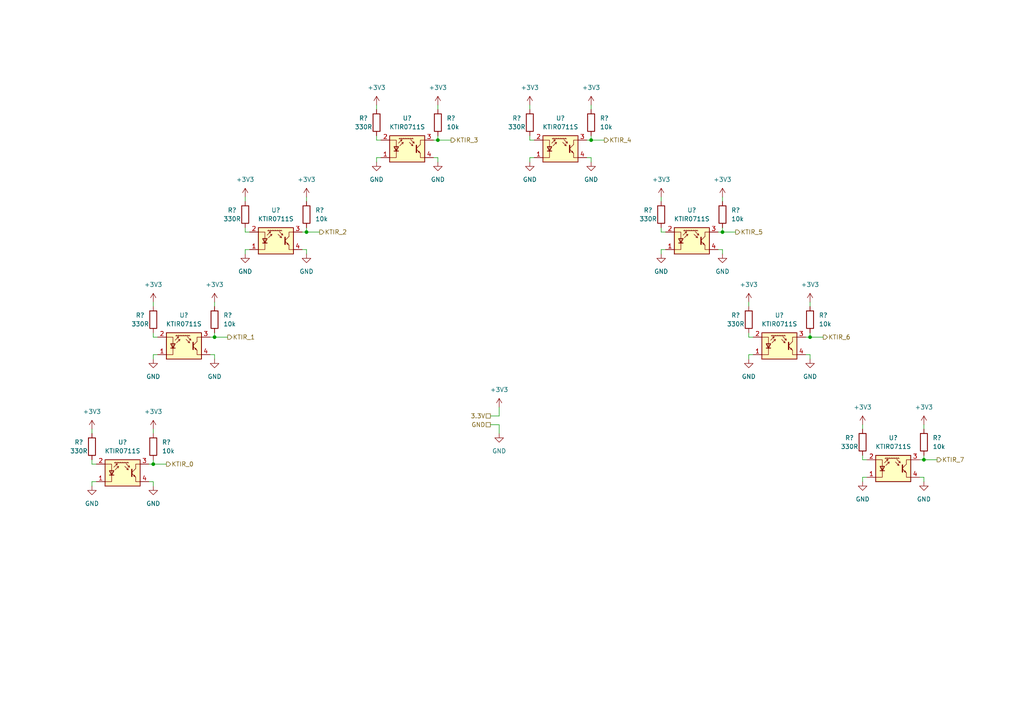
<source format=kicad_sch>
(kicad_sch (version 20211123) (generator eeschema)
  (paper "A4")
  (lib_symbols
    (symbol "Device:R" (pin_numbers hide) (pin_names (offset 0))
      (property "Reference" "R" (at 2.032 0 90))
      (property "Value" "R" (at 0 0 90))
      (symbol "R_0_1"
        (rectangle (start -1.016 -2.54) (end 1.016 2.54) (stroke (width 0.254)))
      )
      (symbol "R_1_1"
        (pin passive line (at 0 3.81 270) (length 1.27) (name "~") (number "1"))
        (pin passive line (at 0 -3.81 90) (length 1.27) (name "~") (number "2"))
      )
    )
    (symbol "Sensor_Proximity:BPR-105" (pin_names (offset 0.0254) hide)
      (property "Reference" "U" (at -5.08 5.08 0))
      (property "Value" "BPR-105" (at 7.62 5.08 0))
      (symbol "BPR-105_0_1"
        (polyline (pts (xy -3.81 -0.635) (xy -2.54 -0.635)) (stroke (width 0.254)))
        (polyline (pts (xy -2.286 2.921) (xy -2.032 3.175)))
        (polyline (pts (xy -1.778 2.921) (xy -1.524 3.175)))
        (polyline (pts (xy -1.524 2.667) (xy -1.651 2.159)))
        (polyline (pts (xy -1.27 2.921) (xy -1.016 3.175)))
        (polyline (pts (xy -1.143 1.905) (xy -1.27 1.397)))
        (polyline (pts (xy -0.762 2.921) (xy -0.508 3.175)))
        (polyline (pts (xy -0.254 2.921) (xy 0 3.175)))
        (polyline (pts (xy 0.254 2.921) (xy 0.508 3.175)))
        (polyline (pts (xy 0.762 2.921) (xy 1.016 3.175)))
        (polyline (pts (xy 1.27 2.921) (xy 1.524 3.175)))
        (polyline (pts (xy 1.651 0.889) (xy 1.143 1.016)))
        (polyline (pts (xy 1.778 2.921) (xy -2.413 2.921)))
        (polyline (pts (xy 2.032 1.651) (xy 1.524 1.778)))
        (polyline (pts (xy 2.667 -0.127) (xy 3.81 -1.27)))
        (polyline (pts (xy 2.667 0.127) (xy 3.81 1.27)))
        (polyline (pts (xy -2.54 1.651) (xy -1.524 2.667) (xy -2.032 2.54)))
        (polyline (pts (xy -2.159 0.889) (xy -1.143 1.905) (xy -1.651 1.778)))
        (polyline (pts (xy 0.635 1.905) (xy 1.651 0.889) (xy 1.524 1.397)))
        (polyline (pts (xy 1.016 2.667) (xy 2.032 1.651) (xy 1.905 2.159)))
        (polyline (pts (xy 2.667 1.016) (xy 2.667 -1.016) (xy 2.667 -1.016)) (stroke (width 0.3556)))
        (polyline (pts (xy 3.81 -1.27) (xy 3.81 -2.54) (xy 5.08 -2.54)))
        (polyline (pts (xy 3.81 1.27) (xy 3.81 2.54) (xy 5.08 2.54)))
        (polyline (pts (xy -5.08 -2.54) (xy -3.175 -2.54) (xy -3.175 2.54) (xy -5.08 2.54)))
        (polyline (pts (xy -3.175 -0.635) (xy -3.81 0.635) (xy -2.54 0.635) (xy -3.175 -0.635)) (stroke (width 0.254)))
        (polyline (pts (xy 3.683 -1.143) (xy 3.429 -0.635) (xy 3.175 -0.889) (xy 3.683 -1.143)))
        (polyline (pts (xy -5.08 -3.81) (xy 5.08 -3.81) (xy 5.08 3.81) (xy -5.08 3.81) (xy -5.08 -3.81)) (stroke (width 0.254)) (fill (type background)))
      )
      (symbol "BPR-105_1_1"
        (pin passive line (at -7.62 -2.54 0) (length 2.54) (name "K") (number "1"))
        (pin passive line (at -7.62 2.54 0) (length 2.54) (name "A") (number "2"))
        (pin open_collector line (at 7.62 2.54 180) (length 2.54) (name "C") (number "3"))
        (pin open_emitter line (at 7.62 -2.54 180) (length 2.54) (name "E") (number "4"))
      )
    )
    (symbol "power:+3.3V" (power) (pin_names (offset 0))
      (property "Value" "+3.3V" (at 0 3.556 0))
      (symbol "+3.3V_0_1"
        (polyline (pts (xy -0.762 1.27) (xy 0 2.54)))
        (polyline (pts (xy 0 0) (xy 0 2.54)))
        (polyline (pts (xy 0 2.54) (xy 0.762 1.27)))
      )
      (symbol "+3.3V_1_1"
        (pin power_in line (at 0 0 90) (length 0) hide (name "+3V3") (number "1"))
      )
    )
    (symbol "power:GND" (power) (pin_names (offset 0))
      (property "Value" "GND" (at 0 -3.81 0))
      (symbol "GND_0_1"
        (polyline (pts (xy 0 0) (xy 0 -1.27) (xy 1.27 -1.27) (xy 0 -2.54) (xy -1.27 -1.27) (xy 0 -1.27)))
      )
      (symbol "GND_1_1"
        (pin power_in line (at 0 0 270) (length 0) hide (name "GND") (number "1"))
      )
    )
  )
  (junction (at 44.45 134.62))
  (junction (at 234.95 97.79))
  (junction (at 171.45 40.64))
  (junction (at 267.97 133.35))
  (junction (at 209.55 67.31))
  (junction (at 62.23 97.79))
  (junction (at 127 40.64))
  (junction (at 88.9 67.31))
  (wire (pts (xy 88.9 67.31) (xy 92.71 67.31)))
  (wire (pts (xy 267.97 132.08) (xy 267.97 133.35)))
  (wire (pts (xy 191.77 57.15) (xy 191.77 58.42)))
  (wire (pts (xy 234.95 104.14) (xy 234.95 102.87)))
  (wire (pts (xy 71.12 67.31) (xy 71.12 66.04)))
  (wire (pts (xy 144.78 120.65) (xy 142.24 120.65)))
  (wire (pts (xy 234.95 102.87) (xy 233.68 102.87)))
  (wire (pts (xy 26.67 124.46) (xy 26.67 125.73)))
  (wire (pts (xy 127 39.37) (xy 127 40.64)))
  (wire (pts (xy 26.67 134.62) (xy 26.67 133.35)))
  (wire (pts (xy 218.44 97.79) (xy 217.17 97.79)))
  (wire (pts (xy 154.94 40.64) (xy 153.67 40.64)))
  (wire (pts (xy 209.55 67.31) (xy 213.36 67.31)))
  (wire (pts (xy 44.45 140.97) (xy 44.45 139.7)))
  (wire (pts (xy 234.95 87.63) (xy 234.95 88.9)))
  (wire (pts (xy 217.17 102.87) (xy 218.44 102.87)))
  (wire (pts (xy 267.97 133.35) (xy 266.7 133.35)))
  (wire (pts (xy 44.45 134.62) (xy 48.26 134.62)))
  (wire (pts (xy 62.23 97.79) (xy 60.96 97.79)))
  (wire (pts (xy 171.45 39.37) (xy 171.45 40.64)))
  (wire (pts (xy 44.45 102.87) (xy 45.72 102.87)))
  (wire (pts (xy 88.9 73.66) (xy 88.9 72.39)))
  (wire (pts (xy 27.94 134.62) (xy 26.67 134.62)))
  (wire (pts (xy 209.55 57.15) (xy 209.55 58.42)))
  (wire (pts (xy 44.45 104.14) (xy 44.45 102.87)))
  (wire (pts (xy 250.19 139.7) (xy 250.19 138.43)))
  (wire (pts (xy 71.12 72.39) (xy 72.39 72.39)))
  (wire (pts (xy 153.67 30.48) (xy 153.67 31.75)))
  (wire (pts (xy 62.23 97.79) (xy 66.04 97.79)))
  (wire (pts (xy 153.67 46.99) (xy 153.67 45.72)))
  (wire (pts (xy 250.19 123.19) (xy 250.19 124.46)))
  (wire (pts (xy 217.17 97.79) (xy 217.17 96.52)))
  (wire (pts (xy 88.9 67.31) (xy 87.63 67.31)))
  (wire (pts (xy 153.67 40.64) (xy 153.67 39.37)))
  (wire (pts (xy 71.12 73.66) (xy 71.12 72.39)))
  (wire (pts (xy 88.9 66.04) (xy 88.9 67.31)))
  (wire (pts (xy 110.49 40.64) (xy 109.22 40.64)))
  (wire (pts (xy 127 40.64) (xy 125.73 40.64)))
  (wire (pts (xy 71.12 57.15) (xy 71.12 58.42)))
  (wire (pts (xy 267.97 133.35) (xy 271.78 133.35)))
  (wire (pts (xy 234.95 96.52) (xy 234.95 97.79)))
  (wire (pts (xy 62.23 87.63) (xy 62.23 88.9)))
  (wire (pts (xy 171.45 40.64) (xy 170.18 40.64)))
  (wire (pts (xy 127 45.72) (xy 125.73 45.72)))
  (wire (pts (xy 209.55 73.66) (xy 209.55 72.39)))
  (wire (pts (xy 144.78 123.19) (xy 142.24 123.19)))
  (wire (pts (xy 267.97 138.43) (xy 266.7 138.43)))
  (wire (pts (xy 26.67 139.7) (xy 27.94 139.7)))
  (wire (pts (xy 251.46 133.35) (xy 250.19 133.35)))
  (wire (pts (xy 193.04 67.31) (xy 191.77 67.31)))
  (wire (pts (xy 127 46.99) (xy 127 45.72)))
  (wire (pts (xy 45.72 97.79) (xy 44.45 97.79)))
  (wire (pts (xy 44.45 133.35) (xy 44.45 134.62)))
  (wire (pts (xy 127 40.64) (xy 130.81 40.64)))
  (wire (pts (xy 26.67 140.97) (xy 26.67 139.7)))
  (wire (pts (xy 109.22 46.99) (xy 109.22 45.72)))
  (wire (pts (xy 44.45 134.62) (xy 43.18 134.62)))
  (wire (pts (xy 171.45 46.99) (xy 171.45 45.72)))
  (wire (pts (xy 144.78 118.11) (xy 144.78 120.65)))
  (wire (pts (xy 209.55 72.39) (xy 208.28 72.39)))
  (wire (pts (xy 171.45 30.48) (xy 171.45 31.75)))
  (wire (pts (xy 109.22 30.48) (xy 109.22 31.75)))
  (wire (pts (xy 234.95 97.79) (xy 233.68 97.79)))
  (wire (pts (xy 88.9 57.15) (xy 88.9 58.42)))
  (wire (pts (xy 44.45 124.46) (xy 44.45 125.73)))
  (wire (pts (xy 62.23 104.14) (xy 62.23 102.87)))
  (wire (pts (xy 191.77 72.39) (xy 193.04 72.39)))
  (wire (pts (xy 267.97 139.7) (xy 267.97 138.43)))
  (wire (pts (xy 209.55 66.04) (xy 209.55 67.31)))
  (wire (pts (xy 127 30.48) (xy 127 31.75)))
  (wire (pts (xy 250.19 138.43) (xy 251.46 138.43)))
  (wire (pts (xy 72.39 67.31) (xy 71.12 67.31)))
  (wire (pts (xy 109.22 45.72) (xy 110.49 45.72)))
  (wire (pts (xy 250.19 133.35) (xy 250.19 132.08)))
  (wire (pts (xy 191.77 73.66) (xy 191.77 72.39)))
  (wire (pts (xy 171.45 45.72) (xy 170.18 45.72)))
  (wire (pts (xy 88.9 72.39) (xy 87.63 72.39)))
  (wire (pts (xy 62.23 102.87) (xy 60.96 102.87)))
  (wire (pts (xy 171.45 40.64) (xy 175.26 40.64)))
  (wire (pts (xy 109.22 40.64) (xy 109.22 39.37)))
  (wire (pts (xy 62.23 96.52) (xy 62.23 97.79)))
  (wire (pts (xy 153.67 45.72) (xy 154.94 45.72)))
  (wire (pts (xy 44.45 139.7) (xy 43.18 139.7)))
  (wire (pts (xy 44.45 87.63) (xy 44.45 88.9)))
  (wire (pts (xy 217.17 104.14) (xy 217.17 102.87)))
  (wire (pts (xy 217.17 87.63) (xy 217.17 88.9)))
  (wire (pts (xy 209.55 67.31) (xy 208.28 67.31)))
  (wire (pts (xy 267.97 123.19) (xy 267.97 124.46)))
  (wire (pts (xy 144.78 125.73) (xy 144.78 123.19)))
  (wire (pts (xy 191.77 67.31) (xy 191.77 66.04)))
  (wire (pts (xy 234.95 97.79) (xy 238.76 97.79)))
  (wire (pts (xy 44.45 97.79) (xy 44.45 96.52)))
  (hierarchical_label "KTIR_1" (shape output) (at 66.04 97.79 0))
  (hierarchical_label "KTIR_0" (shape output) (at 48.26 134.62 0))
  (hierarchical_label "KTIR_5" (shape output) (at 213.36 67.31 0))
  (hierarchical_label "GND" (shape passive) (at 142.24 123.19 180))
  (hierarchical_label "3.3V" (shape passive) (at 142.24 120.65 180))
  (hierarchical_label "KTIR_7" (shape output) (at 271.78 133.35 0))
  (hierarchical_label "KTIR_4" (shape output) (at 175.26 40.64 0))
  (hierarchical_label "KTIR_6" (shape output) (at 238.76 97.79 0))
  (hierarchical_label "KTIR_2" (shape output) (at 92.71 67.31 0))
  (hierarchical_label "KTIR_3" (shape output) (at 130.81 40.64 0))
  (symbol (lib_id "power:+3.3V") (at 234.95 87.63 0) (unit 1)
    (property "Reference" "#PWR?" (effects hide))
    (property "Value" "+3.3V" (at 234.95 82.55 0))
  )
  (symbol (lib_id "Device:R") (at 267.97 128.27 180) (unit 1)
    (property "Reference" "R?" (at 270.51 127 0) (effects (justify right)))
    (property "Value" "10k" (at 270.51 129.54 0) (effects (justify right)))
  )
  (symbol (lib_id "power:+3.3V") (at 88.9 57.15 0) (unit 1)
    (property "Reference" "#PWR?" (effects hide))
    (property "Value" "+3.3V" (at 88.9 52.07 0))
  )
  (symbol (lib_id "Device:R") (at 217.17 92.71 180) (unit 1)
    (property "Reference" "R?" (at 212.09 91.44 0) (effects (justify right)))
    (property "Value" "330R" (at 210.82 93.98 0) (effects (justify right)))
  )
  (symbol (lib_id "power:GND") (at 26.67 140.97 0) (unit 1)
    (property "Reference" "#PWR?" (effects hide))
    (property "Value" "GND" (at 26.67 146.05 0))
  )
  (symbol (lib_id "Sensor_Proximity:BPR-105") (at 35.56 137.16 0) (unit 1)
    (property "Reference" "U?" (at 35.56 128.27 0))
    (property "Value" "KTIR0711S" (at 35.56 130.81 0))
    (property "Footprint" "OptoDevice:Everlight_ITR8307" (effects hide))
    (property "Datasheet" "http://www.ystone.com.tw/en/data/goods/IRPT/Photo%20Interrupters-Reflective%20Type.pdf" (effects hide))
  )
  (symbol (lib_id "power:+3.3V") (at 62.23 87.63 0) (unit 1)
    (property "Reference" "#PWR?" (effects hide))
    (property "Value" "+3.3V" (at 62.23 82.55 0))
  )
  (symbol (lib_id "Sensor_Proximity:BPR-105") (at 53.34 100.33 0) (unit 1)
    (property "Reference" "U?" (at 53.34 91.44 0))
    (property "Value" "KTIR0711S" (at 53.34 93.98 0))
    (property "Footprint" "OptoDevice:Everlight_ITR8307" (effects hide))
    (property "Datasheet" "http://www.ystone.com.tw/en/data/goods/IRPT/Photo%20Interrupters-Reflective%20Type.pdf" (effects hide))
  )
  (symbol (lib_id "power:+3.3V") (at 44.45 87.63 0) (unit 1)
    (property "Reference" "#PWR?" (effects hide))
    (property "Value" "+3.3V" (at 44.45 82.55 0))
  )
  (symbol (lib_id "power:GND") (at 153.67 46.99 0) (unit 1)
    (property "Reference" "#PWR?" (effects hide))
    (property "Value" "GND" (at 153.67 52.07 0))
  )
  (symbol (lib_id "Device:R") (at 71.12 62.23 180) (unit 1)
    (property "Reference" "R?" (at 66.04 60.96 0) (effects (justify right)))
    (property "Value" "330R" (at 64.77 63.5 0) (effects (justify right)))
  )
  (symbol (lib_id "power:+3.3V") (at 267.97 123.19 0) (unit 1)
    (property "Reference" "#PWR?" (effects hide))
    (property "Value" "+3.3V" (at 267.97 118.11 0))
  )
  (symbol (lib_id "Device:R") (at 44.45 129.54 180) (unit 1)
    (property "Reference" "R?" (at 46.99 128.27 0) (effects (justify right)))
    (property "Value" "10k" (at 46.99 130.81 0) (effects (justify right)))
  )
  (symbol (lib_id "Sensor_Proximity:BPR-105") (at 226.06 100.33 0) (unit 1)
    (property "Reference" "U?" (at 226.06 91.44 0))
    (property "Value" "KTIR0711S" (at 226.06 93.98 0))
    (property "Footprint" "OptoDevice:Everlight_ITR8307" (effects hide))
    (property "Datasheet" "http://www.ystone.com.tw/en/data/goods/IRPT/Photo%20Interrupters-Reflective%20Type.pdf" (effects hide))
  )
  (symbol (lib_id "Device:R") (at 44.45 92.71 180) (unit 1)
    (property "Reference" "R?" (at 39.37 91.44 0) (effects (justify right)))
    (property "Value" "330R" (at 38.1 93.98 0) (effects (justify right)))
  )
  (symbol (lib_id "power:+3.3V") (at 171.45 30.48 0) (unit 1)
    (property "Reference" "#PWR?" (effects hide))
    (property "Value" "+3.3V" (at 171.45 25.4 0))
  )
  (symbol (lib_id "power:GND") (at 62.23 104.14 0) (unit 1)
    (property "Reference" "#PWR?" (effects hide))
    (property "Value" "GND" (at 62.23 109.22 0))
  )
  (symbol (lib_id "power:GND") (at 44.45 104.14 0) (unit 1)
    (property "Reference" "#PWR?" (effects hide))
    (property "Value" "GND" (at 44.45 109.22 0))
  )
  (symbol (lib_id "power:+3.3V") (at 26.67 124.46 0) (unit 1)
    (property "Reference" "#PWR?" (effects hide))
    (property "Value" "+3.3V" (at 26.67 119.38 0))
  )
  (symbol (lib_id "Device:R") (at 26.67 129.54 180) (unit 1)
    (property "Reference" "R?" (at 21.59 128.27 0) (effects (justify right)))
    (property "Value" "330R" (at 20.32 130.81 0) (effects (justify right)))
  )
  (symbol (lib_id "power:+3.3V") (at 44.45 124.46 0) (unit 1)
    (property "Reference" "#PWR?" (effects hide))
    (property "Value" "+3.3V" (at 44.45 119.38 0))
  )
  (symbol (lib_id "power:+3.3V") (at 153.67 30.48 0) (unit 1)
    (property "Reference" "#PWR?" (effects hide))
    (property "Value" "+3.3V" (at 153.67 25.4 0))
  )
  (symbol (lib_id "power:+3.3V") (at 71.12 57.15 0) (unit 1)
    (property "Reference" "#PWR?" (effects hide))
    (property "Value" "+3.3V" (at 71.12 52.07 0))
  )
  (symbol (lib_id "power:GND") (at 250.19 139.7 0) (unit 1)
    (property "Reference" "#PWR?" (effects hide))
    (property "Value" "GND" (at 250.19 144.78 0))
  )
  (symbol (lib_id "power:GND") (at 234.95 104.14 0) (unit 1)
    (property "Reference" "#PWR?" (effects hide))
    (property "Value" "GND" (at 234.95 109.22 0))
  )
  (symbol (lib_id "power:+3.3V") (at 127 30.48 0) (unit 1)
    (property "Reference" "#PWR?" (effects hide))
    (property "Value" "+3.3V" (at 127 25.4 0))
  )
  (symbol (lib_id "power:+3.3V") (at 250.19 123.19 0) (unit 1)
    (property "Reference" "#PWR?" (effects hide))
    (property "Value" "+3.3V" (at 250.19 118.11 0))
  )
  (symbol (lib_id "power:GND") (at 191.77 73.66 0) (unit 1)
    (property "Reference" "#PWR?" (effects hide))
    (property "Value" "GND" (at 191.77 78.74 0))
  )
  (symbol (lib_id "Device:R") (at 153.67 35.56 180) (unit 1)
    (property "Reference" "R?" (at 148.59 34.29 0) (effects (justify right)))
    (property "Value" "330R" (at 147.32 36.83 0) (effects (justify right)))
  )
  (symbol (lib_id "power:GND") (at 71.12 73.66 0) (unit 1)
    (property "Reference" "#PWR?" (effects hide))
    (property "Value" "GND" (at 71.12 78.74 0))
  )
  (symbol (lib_id "power:+3.3V") (at 144.78 118.11 0) (unit 1)
    (property "Reference" "#PWR?" (effects hide))
    (property "Value" "+3.3V" (at 144.78 113.03 0))
  )
  (symbol (lib_id "power:+3.3V") (at 209.55 57.15 0) (unit 1)
    (property "Reference" "#PWR?" (effects hide))
    (property "Value" "+3.3V" (at 209.55 52.07 0))
  )
  (symbol (lib_id "Device:R") (at 109.22 35.56 180) (unit 1)
    (property "Reference" "R?" (at 104.14 34.29 0) (effects (justify right)))
    (property "Value" "330R" (at 102.87 36.83 0) (effects (justify right)))
  )
  (symbol (lib_id "power:GND") (at 209.55 73.66 0) (unit 1)
    (property "Reference" "#PWR?" (effects hide))
    (property "Value" "GND" (at 209.55 78.74 0))
  )
  (symbol (lib_id "power:+3.3V") (at 217.17 87.63 0) (unit 1)
    (property "Reference" "#PWR?" (effects hide))
    (property "Value" "+3.3V" (at 217.17 82.55 0))
  )
  (symbol (lib_id "Device:R") (at 250.19 128.27 180) (unit 1)
    (property "Reference" "R?" (at 245.11 127 0) (effects (justify right)))
    (property "Value" "330R" (at 243.84 129.54 0) (effects (justify right)))
  )
  (symbol (lib_id "Sensor_Proximity:BPR-105") (at 80.01 69.85 0) (unit 1)
    (property "Reference" "U?" (at 80.01 60.96 0))
    (property "Value" "KTIR0711S" (at 80.01 63.5 0))
    (property "Footprint" "OptoDevice:Everlight_ITR8307" (effects hide))
    (property "Datasheet" "http://www.ystone.com.tw/en/data/goods/IRPT/Photo%20Interrupters-Reflective%20Type.pdf" (effects hide))
  )
  (symbol (lib_id "power:GND") (at 217.17 104.14 0) (unit 1)
    (property "Reference" "#PWR?" (effects hide))
    (property "Value" "GND" (at 217.17 109.22 0))
  )
  (symbol (lib_id "power:+3.3V") (at 191.77 57.15 0) (unit 1)
    (property "Reference" "#PWR?" (effects hide))
    (property "Value" "+3.3V" (at 191.77 52.07 0))
  )
  (symbol (lib_id "power:GND") (at 144.78 125.73 0) (unit 1)
    (property "Reference" "#PWR?" (effects hide))
    (property "Value" "GND" (at 144.78 130.81 0))
  )
  (symbol (lib_id "power:+3.3V") (at 109.22 30.48 0) (unit 1)
    (property "Reference" "#PWR?" (effects hide))
    (property "Value" "+3.3V" (at 109.22 25.4 0))
  )
  (symbol (lib_id "Device:R") (at 127 35.56 180) (unit 1)
    (property "Reference" "R?" (at 129.54 34.29 0) (effects (justify right)))
    (property "Value" "10k" (at 129.54 36.83 0) (effects (justify right)))
  )
  (symbol (lib_id "Device:R") (at 171.45 35.56 180) (unit 1)
    (property "Reference" "R?" (at 173.99 34.29 0) (effects (justify right)))
    (property "Value" "10k" (at 173.99 36.83 0) (effects (justify right)))
  )
  (symbol (lib_id "Sensor_Proximity:BPR-105") (at 200.66 69.85 0) (unit 1)
    (property "Reference" "U?" (at 200.66 60.96 0))
    (property "Value" "KTIR0711S" (at 200.66 63.5 0))
    (property "Footprint" "OptoDevice:Everlight_ITR8307" (effects hide))
    (property "Datasheet" "http://www.ystone.com.tw/en/data/goods/IRPT/Photo%20Interrupters-Reflective%20Type.pdf" (effects hide))
  )
  (symbol (lib_id "Device:R") (at 191.77 62.23 180) (unit 1)
    (property "Reference" "R?" (at 186.69 60.96 0) (effects (justify right)))
    (property "Value" "330R" (at 185.42 63.5 0) (effects (justify right)))
  )
  (symbol (lib_id "power:GND") (at 44.45 140.97 0) (unit 1)
    (property "Reference" "#PWR?" (effects hide))
    (property "Value" "GND" (at 44.45 146.05 0))
  )
  (symbol (lib_id "Sensor_Proximity:BPR-105") (at 118.11 43.18 0) (unit 1)
    (property "Reference" "U?" (at 118.11 34.29 0))
    (property "Value" "KTIR0711S" (at 118.11 36.83 0))
    (property "Footprint" "OptoDevice:Everlight_ITR8307" (effects hide))
    (property "Datasheet" "http://www.ystone.com.tw/en/data/goods/IRPT/Photo%20Interrupters-Reflective%20Type.pdf" (effects hide))
  )
  (symbol (lib_id "Device:R") (at 234.95 92.71 180) (unit 1)
    (property "Reference" "R?" (at 237.49 91.44 0) (effects (justify right)))
    (property "Value" "10k" (at 237.49 93.98 0) (effects (justify right)))
  )
  (symbol (lib_id "power:GND") (at 88.9 73.66 0) (unit 1)
    (property "Reference" "#PWR?" (effects hide))
    (property "Value" "GND" (at 88.9 78.74 0))
  )
  (symbol (lib_id "power:GND") (at 109.22 46.99 0) (unit 1)
    (property "Reference" "#PWR?" (effects hide))
    (property "Value" "GND" (at 109.22 52.07 0))
  )
  (symbol (lib_id "Sensor_Proximity:BPR-105") (at 162.56 43.18 0) (unit 1)
    (property "Reference" "U?" (at 162.56 34.29 0))
    (property "Value" "KTIR0711S" (at 162.56 36.83 0))
    (property "Footprint" "OptoDevice:Everlight_ITR8307" (effects hide))
    (property "Datasheet" "http://www.ystone.com.tw/en/data/goods/IRPT/Photo%20Interrupters-Reflective%20Type.pdf" (effects hide))
  )
  (symbol (lib_id "Sensor_Proximity:BPR-105") (at 259.08 135.89 0) (unit 1)
    (property "Reference" "U?" (at 259.08 127 0))
    (property "Value" "KTIR0711S" (at 259.08 129.54 0))
    (property "Footprint" "OptoDevice:Everlight_ITR8307" (effects hide))
    (property "Datasheet" "http://www.ystone.com.tw/en/data/goods/IRPT/Photo%20Interrupters-Reflective%20Type.pdf" (effects hide))
  )
  (symbol (lib_id "power:GND") (at 267.97 139.7 0) (unit 1)
    (property "Reference" "#PWR?" (effects hide))
    (property "Value" "GND" (at 267.97 144.78 0))
  )
  (symbol (lib_id "Device:R") (at 62.23 92.71 180) (unit 1)
    (property "Reference" "R?" (at 64.77 91.44 0) (effects (justify right)))
    (property "Value" "10k" (at 64.77 93.98 0) (effects (justify right)))
  )
  (symbol (lib_id "power:GND") (at 127 46.99 0) (unit 1)
    (property "Reference" "#PWR?" (effects hide))
    (property "Value" "GND" (at 127 52.07 0))
  )
  (symbol (lib_id "power:GND") (at 171.45 46.99 0) (unit 1)
    (property "Reference" "#PWR?" (effects hide))
    (property "Value" "GND" (at 171.45 52.07 0))
  )
  (symbol (lib_id "Device:R") (at 209.55 62.23 180) (unit 1)
    (property "Reference" "R?" (at 212.09 60.96 0) (effects (justify right)))
    (property "Value" "10k" (at 212.09 63.5 0) (effects (justify right)))
  )
  (symbol (lib_id "Device:R") (at 88.9 62.23 180) (unit 1)
    (property "Reference" "R?" (at 91.44 60.96 0) (effects (justify right)))
    (property "Value" "10k" (at 91.44 63.5 0) (effects (justify right)))
  )
)
</source>
